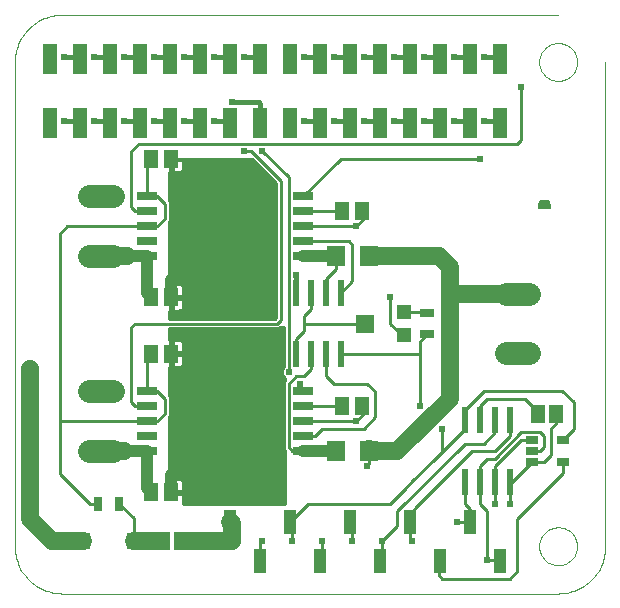
<source format=gtl>
G75*
G70*
%OFA0B0*%
%FSLAX24Y24*%
%IPPOS*%
%LPD*%
%AMOC8*
5,1,8,0,0,1.08239X$1,22.5*
%
%ADD10R,0.0500X0.1000*%
%ADD11R,0.0394X0.0787*%
%ADD12C,0.0000*%
%ADD13R,0.0390X0.0272*%
%ADD14R,0.0240X0.0870*%
%ADD15R,0.0460X0.0630*%
%ADD16R,0.0650X0.0287*%
%ADD17R,0.2480X0.3740*%
%ADD18R,0.0512X0.0591*%
%ADD19R,0.0500X0.0579*%
%ADD20R,0.0630X0.0709*%
%ADD21R,0.0315X0.0472*%
%ADD22C,0.0780*%
%ADD23R,0.0472X0.0472*%
%ADD24R,0.0591X0.0630*%
%ADD25R,0.0472X0.0315*%
%ADD26C,0.0001*%
%ADD27C,0.0100*%
%ADD28C,0.0238*%
%ADD29C,0.0400*%
%ADD30C,0.0600*%
%ADD31C,0.0160*%
%ADD32C,0.0270*%
%ADD33C,0.0300*%
%ADD34C,0.0600*%
D10*
X006607Y016175D03*
X007607Y016175D03*
X008607Y016175D03*
X009607Y016175D03*
X010607Y016175D03*
X011607Y016175D03*
X012607Y016175D03*
X013607Y016175D03*
X014607Y016175D03*
X015607Y016175D03*
X016607Y016175D03*
X017607Y016175D03*
X018607Y016175D03*
X019607Y016175D03*
X020607Y016175D03*
X021607Y016175D03*
X021607Y018325D03*
X020607Y018325D03*
X019607Y018325D03*
X018607Y018325D03*
X017607Y018325D03*
X016607Y018325D03*
X015607Y018325D03*
X014607Y018325D03*
X013607Y018325D03*
X012607Y018325D03*
X011607Y018325D03*
X010607Y018325D03*
X009607Y018325D03*
X008607Y018325D03*
X007607Y018325D03*
X006607Y018325D03*
D11*
X012607Y002900D03*
X014607Y002900D03*
X013607Y001600D03*
X015607Y001600D03*
X017607Y001600D03*
X016607Y002900D03*
X018607Y002900D03*
X020607Y002900D03*
X019607Y001600D03*
X021607Y001600D03*
D12*
X005418Y002075D02*
X005418Y018217D01*
X005420Y018294D01*
X005426Y018371D01*
X005435Y018448D01*
X005448Y018524D01*
X005465Y018600D01*
X005486Y018674D01*
X005510Y018748D01*
X005538Y018820D01*
X005569Y018890D01*
X005604Y018959D01*
X005642Y019027D01*
X005683Y019092D01*
X005728Y019155D01*
X005776Y019216D01*
X005826Y019275D01*
X005879Y019331D01*
X005935Y019384D01*
X005994Y019434D01*
X006055Y019482D01*
X006118Y019527D01*
X006183Y019568D01*
X006251Y019606D01*
X006320Y019641D01*
X006390Y019672D01*
X006462Y019700D01*
X006536Y019724D01*
X006610Y019745D01*
X006686Y019762D01*
X006762Y019775D01*
X006839Y019784D01*
X006916Y019790D01*
X006993Y019792D01*
X006993Y019791D02*
X023528Y019791D01*
X022898Y018217D02*
X022900Y018267D01*
X022906Y018317D01*
X022916Y018366D01*
X022930Y018414D01*
X022947Y018461D01*
X022968Y018506D01*
X022993Y018550D01*
X023021Y018591D01*
X023053Y018630D01*
X023087Y018667D01*
X023124Y018701D01*
X023164Y018731D01*
X023206Y018758D01*
X023250Y018782D01*
X023296Y018803D01*
X023343Y018819D01*
X023391Y018832D01*
X023441Y018841D01*
X023490Y018846D01*
X023541Y018847D01*
X023591Y018844D01*
X023640Y018837D01*
X023689Y018826D01*
X023737Y018811D01*
X023783Y018793D01*
X023828Y018771D01*
X023871Y018745D01*
X023912Y018716D01*
X023951Y018684D01*
X023987Y018649D01*
X024019Y018611D01*
X024049Y018571D01*
X024076Y018528D01*
X024099Y018484D01*
X024118Y018438D01*
X024134Y018390D01*
X024146Y018341D01*
X024154Y018292D01*
X024158Y018242D01*
X024158Y018192D01*
X024154Y018142D01*
X024146Y018093D01*
X024134Y018044D01*
X024118Y017996D01*
X024099Y017950D01*
X024076Y017906D01*
X024049Y017863D01*
X024019Y017823D01*
X023987Y017785D01*
X023951Y017750D01*
X023912Y017718D01*
X023871Y017689D01*
X023828Y017663D01*
X023783Y017641D01*
X023737Y017623D01*
X023689Y017608D01*
X023640Y017597D01*
X023591Y017590D01*
X023541Y017587D01*
X023490Y017588D01*
X023441Y017593D01*
X023391Y017602D01*
X023343Y017615D01*
X023296Y017631D01*
X023250Y017652D01*
X023206Y017676D01*
X023164Y017703D01*
X023124Y017733D01*
X023087Y017767D01*
X023053Y017804D01*
X023021Y017843D01*
X022993Y017884D01*
X022968Y017928D01*
X022947Y017973D01*
X022930Y018020D01*
X022916Y018068D01*
X022906Y018117D01*
X022900Y018167D01*
X022898Y018217D01*
X025103Y018217D02*
X025103Y002075D01*
X022898Y002075D02*
X022900Y002125D01*
X022906Y002175D01*
X022916Y002224D01*
X022930Y002272D01*
X022947Y002319D01*
X022968Y002364D01*
X022993Y002408D01*
X023021Y002449D01*
X023053Y002488D01*
X023087Y002525D01*
X023124Y002559D01*
X023164Y002589D01*
X023206Y002616D01*
X023250Y002640D01*
X023296Y002661D01*
X023343Y002677D01*
X023391Y002690D01*
X023441Y002699D01*
X023490Y002704D01*
X023541Y002705D01*
X023591Y002702D01*
X023640Y002695D01*
X023689Y002684D01*
X023737Y002669D01*
X023783Y002651D01*
X023828Y002629D01*
X023871Y002603D01*
X023912Y002574D01*
X023951Y002542D01*
X023987Y002507D01*
X024019Y002469D01*
X024049Y002429D01*
X024076Y002386D01*
X024099Y002342D01*
X024118Y002296D01*
X024134Y002248D01*
X024146Y002199D01*
X024154Y002150D01*
X024158Y002100D01*
X024158Y002050D01*
X024154Y002000D01*
X024146Y001951D01*
X024134Y001902D01*
X024118Y001854D01*
X024099Y001808D01*
X024076Y001764D01*
X024049Y001721D01*
X024019Y001681D01*
X023987Y001643D01*
X023951Y001608D01*
X023912Y001576D01*
X023871Y001547D01*
X023828Y001521D01*
X023783Y001499D01*
X023737Y001481D01*
X023689Y001466D01*
X023640Y001455D01*
X023591Y001448D01*
X023541Y001445D01*
X023490Y001446D01*
X023441Y001451D01*
X023391Y001460D01*
X023343Y001473D01*
X023296Y001489D01*
X023250Y001510D01*
X023206Y001534D01*
X023164Y001561D01*
X023124Y001591D01*
X023087Y001625D01*
X023053Y001662D01*
X023021Y001701D01*
X022993Y001742D01*
X022968Y001786D01*
X022947Y001831D01*
X022930Y001878D01*
X022916Y001926D01*
X022906Y001975D01*
X022900Y002025D01*
X022898Y002075D01*
X023528Y000500D02*
X023605Y000502D01*
X023682Y000508D01*
X023759Y000517D01*
X023835Y000530D01*
X023911Y000547D01*
X023985Y000568D01*
X024059Y000592D01*
X024131Y000620D01*
X024201Y000651D01*
X024270Y000686D01*
X024338Y000724D01*
X024403Y000765D01*
X024466Y000810D01*
X024527Y000858D01*
X024586Y000908D01*
X024642Y000961D01*
X024695Y001017D01*
X024745Y001076D01*
X024793Y001137D01*
X024838Y001200D01*
X024879Y001265D01*
X024917Y001333D01*
X024952Y001402D01*
X024983Y001472D01*
X025011Y001544D01*
X025035Y001618D01*
X025056Y001692D01*
X025073Y001768D01*
X025086Y001844D01*
X025095Y001921D01*
X025101Y001998D01*
X025103Y002075D01*
X023528Y000500D02*
X006993Y000500D01*
X006916Y000502D01*
X006839Y000508D01*
X006762Y000517D01*
X006686Y000530D01*
X006610Y000547D01*
X006536Y000568D01*
X006462Y000592D01*
X006390Y000620D01*
X006320Y000651D01*
X006251Y000686D01*
X006183Y000724D01*
X006118Y000765D01*
X006055Y000810D01*
X005994Y000858D01*
X005935Y000908D01*
X005879Y000961D01*
X005826Y001017D01*
X005776Y001076D01*
X005728Y001137D01*
X005683Y001200D01*
X005642Y001265D01*
X005604Y001333D01*
X005569Y001402D01*
X005538Y001472D01*
X005510Y001544D01*
X005486Y001618D01*
X005465Y001692D01*
X005448Y001768D01*
X005435Y001844D01*
X005426Y001921D01*
X005420Y001998D01*
X005418Y002075D01*
X022880Y013352D02*
X023238Y013352D01*
X023246Y013376D01*
X023258Y013404D01*
X023269Y013427D01*
X023258Y013455D01*
X023250Y013482D01*
X023238Y013510D01*
X023230Y013537D01*
X023218Y013569D01*
X023206Y013596D01*
X023199Y013624D01*
X022947Y013624D01*
X022915Y013624D01*
X022907Y013596D01*
X022895Y013569D01*
X022888Y013537D01*
X022876Y013510D01*
X022864Y013482D01*
X022856Y013455D01*
X022844Y013427D01*
X022856Y013404D01*
X022868Y013376D01*
X022880Y013352D01*
D13*
X022660Y005624D03*
X022660Y005250D03*
X022660Y004876D03*
X023680Y004876D03*
X023680Y005624D03*
D14*
X021918Y006280D03*
X021418Y006280D03*
X020918Y006280D03*
X020418Y006280D03*
X020418Y004220D03*
X020918Y004220D03*
X021418Y004220D03*
X021918Y004220D03*
X016293Y008470D03*
X015793Y008470D03*
X015293Y008470D03*
X014793Y008470D03*
X014793Y010530D03*
X015293Y010530D03*
X015793Y010530D03*
X016293Y010530D03*
D15*
X022868Y006500D03*
X023468Y006500D03*
X010968Y002250D03*
X010368Y002250D03*
D16*
X009810Y005250D03*
X009810Y005750D03*
X009810Y006250D03*
X009810Y006750D03*
X009810Y007250D03*
X015026Y007250D03*
X015026Y006750D03*
X015026Y006250D03*
X015026Y005750D03*
X015026Y005250D03*
X015026Y011750D03*
X015026Y012250D03*
X015026Y012750D03*
X015026Y013250D03*
X015026Y013750D03*
X009810Y013750D03*
X009810Y013250D03*
X009810Y012750D03*
X009810Y012250D03*
X009810Y011750D03*
D17*
X012418Y012750D03*
X012418Y006250D03*
D18*
X010628Y003875D03*
X009958Y003875D03*
X016333Y006750D03*
X017003Y006750D03*
X010628Y008500D03*
X009958Y008500D03*
X009958Y010375D03*
X010628Y010375D03*
X016333Y013250D03*
X017003Y013250D03*
X010628Y015000D03*
X009958Y015000D03*
D19*
X009390Y002250D03*
X007697Y002250D03*
D20*
X016117Y005250D03*
X017219Y005250D03*
X017219Y011750D03*
X016117Y011750D03*
D21*
X008897Y003500D03*
X008189Y003500D03*
D22*
X007903Y005260D02*
X008683Y005260D01*
X008683Y007240D02*
X007903Y007240D01*
X007903Y011760D02*
X008683Y011760D01*
X008683Y013740D02*
X007903Y013740D01*
X021778Y010490D02*
X022558Y010490D01*
X022558Y008510D02*
X021778Y008510D01*
D23*
X018377Y009106D03*
X018377Y009894D03*
D24*
X017097Y009500D03*
D25*
X019168Y009146D03*
X019168Y009854D03*
D26*
X022879Y013353D02*
X023238Y013353D01*
X023239Y013354D02*
X022879Y013354D01*
X022878Y013355D02*
X023239Y013355D01*
X023239Y013356D02*
X022878Y013356D01*
X022877Y013357D02*
X023240Y013357D01*
X023240Y013358D02*
X022877Y013358D01*
X022876Y013359D02*
X023240Y013359D01*
X023241Y013360D02*
X022876Y013360D01*
X022875Y013361D02*
X023241Y013361D01*
X023241Y013362D02*
X022875Y013362D01*
X022874Y013363D02*
X023242Y013363D01*
X023242Y013364D02*
X022874Y013364D01*
X022873Y013365D02*
X023242Y013365D01*
X023243Y013366D02*
X022873Y013366D01*
X022872Y013367D02*
X023243Y013367D01*
X023243Y013368D02*
X022872Y013368D01*
X022871Y013369D02*
X023244Y013369D01*
X023244Y013370D02*
X022871Y013370D01*
X022870Y013371D02*
X023244Y013371D01*
X023245Y013372D02*
X022870Y013372D01*
X022869Y013373D02*
X023245Y013373D01*
X023245Y013374D02*
X022869Y013374D01*
X022868Y013375D02*
X023246Y013375D01*
X023246Y013376D02*
X022868Y013376D01*
X022867Y013377D02*
X023246Y013377D01*
X023247Y013378D02*
X022867Y013378D01*
X022866Y013379D02*
X023247Y013379D01*
X023248Y013380D02*
X022866Y013380D01*
X022866Y013381D02*
X023248Y013381D01*
X023249Y013382D02*
X022865Y013382D01*
X022865Y013383D02*
X023249Y013383D01*
X023249Y013384D02*
X022864Y013384D01*
X022864Y013385D02*
X023250Y013385D01*
X023250Y013386D02*
X022863Y013386D01*
X022863Y013387D02*
X023251Y013387D01*
X023251Y013388D02*
X022863Y013388D01*
X022862Y013389D02*
X023252Y013389D01*
X023252Y013390D02*
X022862Y013390D01*
X022861Y013391D02*
X023252Y013391D01*
X023253Y013392D02*
X022861Y013392D01*
X022860Y013393D02*
X023253Y013393D01*
X023254Y013394D02*
X022860Y013394D01*
X022860Y013395D02*
X023254Y013395D01*
X023255Y013396D02*
X022859Y013396D01*
X022859Y013397D02*
X023255Y013397D01*
X023255Y013398D02*
X022858Y013398D01*
X022858Y013399D02*
X023256Y013399D01*
X023256Y013400D02*
X022857Y013400D01*
X022857Y013401D02*
X023257Y013401D01*
X023257Y013402D02*
X022857Y013402D01*
X022856Y013403D02*
X023258Y013403D01*
X023258Y013404D02*
X022856Y013404D01*
X022855Y013405D02*
X023259Y013405D01*
X023259Y013406D02*
X022855Y013406D01*
X022854Y013407D02*
X023260Y013407D01*
X023260Y013408D02*
X022854Y013408D01*
X022853Y013409D02*
X023261Y013409D01*
X023261Y013410D02*
X022853Y013410D01*
X022852Y013411D02*
X023262Y013411D01*
X023262Y013412D02*
X022852Y013412D01*
X022851Y013413D02*
X023263Y013413D01*
X023263Y013414D02*
X022851Y013414D01*
X022850Y013415D02*
X023264Y013415D01*
X023264Y013416D02*
X022850Y013416D01*
X022849Y013417D02*
X023265Y013417D01*
X023265Y013418D02*
X022849Y013418D01*
X022848Y013419D02*
X023266Y013419D01*
X023266Y013420D02*
X022848Y013420D01*
X022847Y013421D02*
X023267Y013421D01*
X023267Y013422D02*
X022847Y013422D01*
X022846Y013423D02*
X023268Y013423D01*
X023268Y013424D02*
X022846Y013424D01*
X022845Y013425D02*
X023269Y013425D01*
X023269Y013426D02*
X022845Y013426D01*
X022844Y013427D02*
X023269Y013427D01*
X023269Y013428D02*
X022845Y013428D01*
X022845Y013429D02*
X023269Y013429D01*
X023268Y013430D02*
X022846Y013430D01*
X022846Y013431D02*
X023268Y013431D01*
X023267Y013432D02*
X022846Y013432D01*
X022847Y013433D02*
X023267Y013433D01*
X023266Y013434D02*
X022847Y013434D01*
X022848Y013435D02*
X023266Y013435D01*
X023266Y013436D02*
X022848Y013436D01*
X022849Y013437D02*
X023265Y013437D01*
X023265Y013438D02*
X022849Y013438D01*
X022849Y013439D02*
X023264Y013439D01*
X023264Y013440D02*
X022850Y013440D01*
X022850Y013441D02*
X023263Y013441D01*
X023263Y013442D02*
X022851Y013442D01*
X022851Y013443D02*
X023263Y013443D01*
X023262Y013444D02*
X022852Y013444D01*
X022852Y013445D02*
X023262Y013445D01*
X023261Y013446D02*
X022852Y013446D01*
X022853Y013447D02*
X023261Y013447D01*
X023260Y013448D02*
X022853Y013448D01*
X022854Y013449D02*
X023260Y013449D01*
X023260Y013450D02*
X022854Y013450D01*
X022855Y013451D02*
X023259Y013451D01*
X023259Y013452D02*
X022855Y013452D01*
X022855Y013453D02*
X023258Y013453D01*
X023258Y013454D02*
X022856Y013454D01*
X022856Y013455D02*
X023258Y013455D01*
X023257Y013456D02*
X022857Y013456D01*
X022857Y013457D02*
X023257Y013457D01*
X023257Y013458D02*
X022857Y013458D01*
X022857Y013459D02*
X023256Y013459D01*
X023256Y013460D02*
X022858Y013460D01*
X022858Y013461D02*
X023256Y013461D01*
X023256Y013462D02*
X022858Y013462D01*
X022859Y013463D02*
X023255Y013463D01*
X023255Y013464D02*
X022859Y013464D01*
X022859Y013465D02*
X023255Y013465D01*
X023254Y013466D02*
X022859Y013466D01*
X022860Y013467D02*
X023254Y013467D01*
X023254Y013468D02*
X022860Y013468D01*
X022860Y013469D02*
X023254Y013469D01*
X023253Y013470D02*
X022861Y013470D01*
X022861Y013471D02*
X023253Y013471D01*
X023253Y013472D02*
X022861Y013472D01*
X022861Y013473D02*
X023252Y013473D01*
X023252Y013474D02*
X022862Y013474D01*
X022862Y013475D02*
X023252Y013475D01*
X023252Y013476D02*
X022862Y013476D01*
X022863Y013477D02*
X023251Y013477D01*
X023251Y013478D02*
X022863Y013478D01*
X022863Y013479D02*
X023251Y013479D01*
X023250Y013480D02*
X022863Y013480D01*
X022864Y013481D02*
X023250Y013481D01*
X023250Y013482D02*
X022864Y013482D01*
X022864Y013483D02*
X023249Y013483D01*
X023249Y013484D02*
X022865Y013484D01*
X022865Y013485D02*
X023249Y013485D01*
X023248Y013486D02*
X022866Y013486D01*
X022866Y013487D02*
X023248Y013487D01*
X023247Y013488D02*
X022867Y013488D01*
X022867Y013489D02*
X023247Y013489D01*
X023246Y013490D02*
X022867Y013490D01*
X022868Y013491D02*
X023246Y013491D01*
X023246Y013492D02*
X022868Y013492D01*
X022869Y013493D02*
X023245Y013493D01*
X023245Y013494D02*
X022869Y013494D01*
X022870Y013495D02*
X023244Y013495D01*
X023244Y013496D02*
X022870Y013496D01*
X022870Y013497D02*
X023243Y013497D01*
X023243Y013498D02*
X022871Y013498D01*
X022871Y013499D02*
X023243Y013499D01*
X023242Y013500D02*
X022872Y013500D01*
X022872Y013501D02*
X023242Y013501D01*
X023241Y013502D02*
X022873Y013502D01*
X022873Y013503D02*
X023241Y013503D01*
X023240Y013504D02*
X022873Y013504D01*
X022874Y013505D02*
X023240Y013505D01*
X023240Y013506D02*
X022874Y013506D01*
X022875Y013507D02*
X023239Y013507D01*
X023239Y013508D02*
X022875Y013508D01*
X022876Y013509D02*
X023238Y013509D01*
X023238Y013510D02*
X022876Y013510D01*
X022876Y013511D02*
X023238Y013511D01*
X023237Y013512D02*
X022877Y013512D01*
X022877Y013513D02*
X023237Y013513D01*
X023237Y013514D02*
X022878Y013514D01*
X022878Y013515D02*
X023236Y013515D01*
X023236Y013516D02*
X022879Y013516D01*
X022879Y013517D02*
X023236Y013517D01*
X023236Y013518D02*
X022879Y013518D01*
X022880Y013519D02*
X023235Y013519D01*
X023235Y013520D02*
X022880Y013520D01*
X022881Y013521D02*
X023235Y013521D01*
X023234Y013522D02*
X022881Y013522D01*
X022881Y013523D02*
X023234Y013523D01*
X023234Y013524D02*
X022882Y013524D01*
X022882Y013525D02*
X023234Y013525D01*
X023233Y013526D02*
X022883Y013526D01*
X022883Y013527D02*
X023233Y013527D01*
X023233Y013528D02*
X022884Y013528D01*
X022884Y013529D02*
X023232Y013529D01*
X023232Y013530D02*
X022884Y013530D01*
X022885Y013531D02*
X023232Y013531D01*
X023232Y013532D02*
X022885Y013532D01*
X022886Y013533D02*
X023231Y013533D01*
X023231Y013534D02*
X022886Y013534D01*
X022887Y013535D02*
X023231Y013535D01*
X023230Y013536D02*
X022887Y013536D01*
X022887Y013537D02*
X023230Y013537D01*
X023230Y013538D02*
X022888Y013538D01*
X022888Y013539D02*
X023229Y013539D01*
X023229Y013540D02*
X022888Y013540D01*
X022889Y013541D02*
X023229Y013541D01*
X023228Y013542D02*
X022889Y013542D01*
X022889Y013543D02*
X023228Y013543D01*
X023228Y013544D02*
X022889Y013544D01*
X022890Y013545D02*
X023227Y013545D01*
X023227Y013546D02*
X022890Y013546D01*
X022890Y013547D02*
X023226Y013547D01*
X023226Y013548D02*
X022890Y013548D01*
X022891Y013549D02*
X023226Y013549D01*
X023225Y013550D02*
X022891Y013550D01*
X022891Y013551D02*
X023225Y013551D01*
X023225Y013552D02*
X022891Y013552D01*
X022892Y013553D02*
X023224Y013553D01*
X023224Y013554D02*
X022892Y013554D01*
X022892Y013555D02*
X023223Y013555D01*
X023223Y013556D02*
X022892Y013556D01*
X022893Y013557D02*
X023223Y013557D01*
X023222Y013558D02*
X022893Y013558D01*
X022893Y013559D02*
X023222Y013559D01*
X023222Y013560D02*
X022893Y013560D01*
X022894Y013561D02*
X023221Y013561D01*
X023221Y013562D02*
X022894Y013562D01*
X022894Y013563D02*
X023220Y013563D01*
X023220Y013564D02*
X022894Y013564D01*
X022895Y013565D02*
X023220Y013565D01*
X023219Y013566D02*
X022895Y013566D01*
X022895Y013567D02*
X023219Y013567D01*
X023219Y013568D02*
X022895Y013568D01*
X022896Y013569D02*
X023218Y013569D01*
X023218Y013570D02*
X022896Y013570D01*
X022896Y013571D02*
X023217Y013571D01*
X023217Y013572D02*
X022897Y013572D01*
X022897Y013573D02*
X023216Y013573D01*
X023216Y013574D02*
X022898Y013574D01*
X022898Y013575D02*
X023216Y013575D01*
X023215Y013576D02*
X022899Y013576D01*
X022899Y013577D02*
X023215Y013577D01*
X023214Y013578D02*
X022899Y013578D01*
X022900Y013579D02*
X023214Y013579D01*
X023214Y013580D02*
X022900Y013580D01*
X022901Y013581D02*
X023213Y013581D01*
X023213Y013582D02*
X022901Y013582D01*
X022902Y013583D02*
X023212Y013583D01*
X023212Y013584D02*
X022902Y013584D01*
X022902Y013585D02*
X023211Y013585D01*
X023211Y013586D02*
X022903Y013586D01*
X022903Y013587D02*
X023211Y013587D01*
X023210Y013588D02*
X022904Y013588D01*
X022904Y013589D02*
X023210Y013589D01*
X023209Y013590D02*
X022905Y013590D01*
X022905Y013591D02*
X023209Y013591D01*
X023208Y013592D02*
X022905Y013592D01*
X022906Y013593D02*
X023208Y013593D01*
X023208Y013594D02*
X022906Y013594D01*
X022907Y013595D02*
X023207Y013595D01*
X023207Y013596D02*
X022907Y013596D01*
X022907Y013597D02*
X023206Y013597D01*
X023206Y013598D02*
X022908Y013598D01*
X022908Y013599D02*
X023206Y013599D01*
X023205Y013600D02*
X022908Y013600D01*
X022909Y013601D02*
X023205Y013601D01*
X023205Y013602D02*
X022909Y013602D01*
X022909Y013603D02*
X023205Y013603D01*
X023204Y013604D02*
X022909Y013604D01*
X022910Y013605D02*
X023204Y013605D01*
X023204Y013606D02*
X022910Y013606D01*
X022910Y013607D02*
X023203Y013607D01*
X023203Y013608D02*
X022911Y013608D01*
X022911Y013609D02*
X023203Y013609D01*
X023203Y013610D02*
X022911Y013610D01*
X022911Y013611D02*
X023202Y013611D01*
X023202Y013612D02*
X022912Y013612D01*
X022912Y013613D02*
X023202Y013613D01*
X023201Y013614D02*
X022912Y013614D01*
X022913Y013615D02*
X023201Y013615D01*
X023201Y013616D02*
X022913Y013616D01*
X022913Y013617D02*
X023201Y013617D01*
X023200Y013618D02*
X022913Y013618D01*
X022914Y013619D02*
X023200Y013619D01*
X023200Y013620D02*
X022914Y013620D01*
X022914Y013621D02*
X023199Y013621D01*
X023199Y013622D02*
X022915Y013622D01*
X022915Y013623D02*
X023199Y013623D01*
D27*
X020918Y015000D02*
X016276Y015000D01*
X015026Y013750D01*
X015026Y013250D02*
X016333Y013250D01*
X017003Y013250D02*
X017043Y013210D01*
X017043Y013000D01*
X016793Y012750D01*
X015026Y012750D01*
X015026Y012250D02*
X016543Y012250D01*
X016668Y012125D01*
X016668Y010905D01*
X016293Y010530D01*
X015793Y010530D02*
X015793Y011000D01*
X016117Y011324D01*
X016117Y011750D01*
X014543Y011500D02*
X014543Y007875D01*
X014383Y008039D02*
X014314Y007970D01*
X014314Y007780D01*
X014418Y007676D01*
X014418Y007601D01*
X014383Y007566D01*
X014383Y005309D01*
X014418Y005274D01*
X014418Y003500D01*
X011011Y003500D01*
X011023Y003522D01*
X011034Y003560D01*
X011034Y003825D01*
X010678Y003825D01*
X010678Y003925D01*
X011034Y003925D01*
X011034Y004190D01*
X011023Y004228D01*
X011004Y004262D01*
X010976Y004290D01*
X010942Y004310D01*
X010903Y004320D01*
X010678Y004320D01*
X010678Y003925D01*
X010578Y003925D01*
X010578Y004320D01*
X010543Y004320D01*
X010543Y006399D01*
X010578Y006434D01*
X010578Y007066D01*
X010543Y007101D01*
X010543Y008055D01*
X010578Y008055D01*
X010578Y008450D01*
X010678Y008450D01*
X010678Y008550D01*
X011034Y008550D01*
X011034Y008815D01*
X011023Y008853D01*
X011004Y008887D01*
X010976Y008915D01*
X010942Y008935D01*
X010903Y008945D01*
X010678Y008945D01*
X010678Y008550D01*
X010578Y008550D01*
X010578Y008945D01*
X010543Y008945D01*
X010543Y009340D01*
X014234Y009340D01*
X014269Y009375D01*
X014383Y009375D01*
X014383Y008039D01*
X014383Y008085D02*
X010975Y008085D01*
X010976Y008085D02*
X011004Y008113D01*
X011023Y008147D01*
X011034Y008185D01*
X011034Y008450D01*
X010678Y008450D01*
X010678Y008055D01*
X010903Y008055D01*
X010942Y008065D01*
X010976Y008085D01*
X011033Y008183D02*
X014383Y008183D01*
X014383Y008282D02*
X011034Y008282D01*
X011034Y008380D02*
X014383Y008380D01*
X014383Y008479D02*
X010678Y008479D01*
X010628Y008500D02*
X010628Y008040D01*
X012418Y006250D01*
X012126Y006486D02*
X012057Y006417D01*
X011967Y006380D01*
X011869Y006380D01*
X011779Y006417D01*
X011710Y006486D01*
X011673Y006576D01*
X011673Y006674D01*
X011710Y006764D01*
X011779Y006833D01*
X011869Y006870D01*
X011967Y006870D01*
X012057Y006833D01*
X012126Y006764D01*
X012163Y006674D01*
X012163Y006576D01*
X012126Y006486D01*
X012135Y006509D02*
X012701Y006509D01*
X012710Y006486D02*
X012779Y006417D01*
X012869Y006380D01*
X012967Y006380D01*
X013057Y006417D01*
X013126Y006486D01*
X013163Y006576D01*
X013163Y006674D01*
X013126Y006764D01*
X013057Y006833D01*
X012967Y006870D01*
X012869Y006870D01*
X012779Y006833D01*
X012710Y006764D01*
X012673Y006674D01*
X012673Y006576D01*
X012710Y006486D01*
X012797Y006410D02*
X012039Y006410D01*
X012163Y006607D02*
X012673Y006607D01*
X012686Y006706D02*
X012150Y006706D01*
X012086Y006804D02*
X012751Y006804D01*
X013086Y006804D02*
X014383Y006804D01*
X014383Y006706D02*
X013150Y006706D01*
X013163Y006607D02*
X014383Y006607D01*
X014383Y006509D02*
X013135Y006509D01*
X013039Y006410D02*
X014383Y006410D01*
X014383Y006312D02*
X010543Y006312D01*
X010554Y006410D02*
X011797Y006410D01*
X011701Y006509D02*
X010578Y006509D01*
X010578Y006607D02*
X011673Y006607D01*
X011686Y006706D02*
X010578Y006706D01*
X010578Y006804D02*
X011751Y006804D01*
X011869Y007130D02*
X011967Y007130D01*
X012057Y007167D01*
X012126Y007236D01*
X012163Y007326D01*
X012163Y007424D01*
X012126Y007514D01*
X012057Y007583D01*
X011967Y007620D01*
X011869Y007620D01*
X011779Y007583D01*
X011710Y007514D01*
X011673Y007424D01*
X011673Y007326D01*
X011710Y007236D01*
X011779Y007167D01*
X011869Y007130D01*
X011749Y007198D02*
X010543Y007198D01*
X010545Y007100D02*
X014383Y007100D01*
X014383Y007198D02*
X013088Y007198D01*
X013057Y007167D02*
X013126Y007236D01*
X013163Y007326D01*
X013163Y007424D01*
X013126Y007514D01*
X013057Y007583D01*
X012967Y007620D01*
X012869Y007620D01*
X012779Y007583D01*
X012710Y007514D01*
X012673Y007424D01*
X012673Y007326D01*
X012710Y007236D01*
X012779Y007167D01*
X012869Y007130D01*
X012967Y007130D01*
X013057Y007167D01*
X013151Y007297D02*
X014383Y007297D01*
X014383Y007395D02*
X013163Y007395D01*
X013134Y007494D02*
X014383Y007494D01*
X014409Y007592D02*
X013034Y007592D01*
X012802Y007592D02*
X012034Y007592D01*
X012134Y007494D02*
X012702Y007494D01*
X012673Y007395D02*
X012163Y007395D01*
X012151Y007297D02*
X012685Y007297D01*
X012749Y007198D02*
X012088Y007198D01*
X011685Y007297D02*
X010543Y007297D01*
X010543Y007395D02*
X011673Y007395D01*
X011702Y007494D02*
X010543Y007494D01*
X010543Y007592D02*
X011802Y007592D01*
X010678Y008085D02*
X010578Y008085D01*
X010578Y008183D02*
X010678Y008183D01*
X010678Y008282D02*
X010578Y008282D01*
X010578Y008380D02*
X010678Y008380D01*
X010678Y008577D02*
X010578Y008577D01*
X010578Y008676D02*
X010678Y008676D01*
X010678Y008774D02*
X010578Y008774D01*
X010578Y008873D02*
X010678Y008873D01*
X010543Y008971D02*
X014383Y008971D01*
X014383Y008873D02*
X011012Y008873D01*
X011034Y008774D02*
X014383Y008774D01*
X014383Y008676D02*
X011034Y008676D01*
X011034Y008577D02*
X014383Y008577D01*
X014793Y008470D02*
X014793Y009000D01*
X015043Y009250D01*
X015043Y009500D01*
X015293Y009500D01*
X017097Y009500D01*
X017918Y009500D02*
X017918Y010375D01*
X018377Y009894D02*
X019129Y009894D01*
X019168Y009854D01*
X019168Y009146D02*
X018918Y008896D01*
X018918Y008500D01*
X018888Y008470D01*
X016293Y008470D01*
X015793Y008470D02*
X015793Y007750D01*
X016043Y007500D01*
X017168Y007500D01*
X017418Y007250D01*
X017418Y006375D01*
X017043Y006000D01*
X015668Y006000D01*
X015418Y005750D01*
X015026Y005750D01*
X015026Y005250D02*
X014668Y005250D01*
X014543Y005375D01*
X014543Y007000D01*
X014543Y007500D01*
X014793Y007750D01*
X015043Y007750D01*
X015293Y008000D01*
X015293Y008470D01*
X014383Y009070D02*
X010543Y009070D01*
X010543Y009168D02*
X014383Y009168D01*
X014383Y009267D02*
X010543Y009267D01*
X010543Y009660D02*
X010543Y009930D01*
X010578Y009930D01*
X010578Y010325D01*
X010678Y010325D01*
X010678Y010425D01*
X011034Y010425D01*
X011034Y010690D01*
X011023Y010728D01*
X011004Y010762D01*
X010976Y010790D01*
X010942Y010810D01*
X010903Y010820D01*
X010678Y010820D01*
X010678Y010425D01*
X010578Y010425D01*
X010578Y010820D01*
X010543Y010820D01*
X010543Y012899D01*
X010578Y012934D01*
X010578Y013566D01*
X010543Y013601D01*
X010543Y014555D01*
X010578Y014555D01*
X010578Y014950D01*
X010678Y014950D01*
X010678Y015000D01*
X013317Y015000D01*
X014133Y014184D01*
X014133Y009691D01*
X014102Y009660D01*
X010543Y009660D01*
X010543Y009661D02*
X014102Y009661D01*
X014133Y009759D02*
X010543Y009759D01*
X010543Y009858D02*
X014133Y009858D01*
X014133Y009956D02*
X010969Y009956D01*
X010976Y009960D02*
X011004Y009988D01*
X011023Y010022D01*
X011034Y010060D01*
X011034Y010325D01*
X010678Y010325D01*
X010678Y009930D01*
X010903Y009930D01*
X010942Y009940D01*
X010976Y009960D01*
X011032Y010055D02*
X014133Y010055D01*
X014133Y010153D02*
X011034Y010153D01*
X011034Y010252D02*
X014133Y010252D01*
X014133Y010350D02*
X010678Y010350D01*
X010678Y010252D02*
X010578Y010252D01*
X010578Y010153D02*
X010678Y010153D01*
X010678Y010055D02*
X010578Y010055D01*
X010578Y009956D02*
X010678Y009956D01*
X010678Y010449D02*
X010578Y010449D01*
X010578Y010547D02*
X010678Y010547D01*
X010678Y010646D02*
X010578Y010646D01*
X010578Y010744D02*
X010678Y010744D01*
X010543Y010843D02*
X014133Y010843D01*
X014133Y010941D02*
X010543Y010941D01*
X010543Y011040D02*
X014133Y011040D01*
X014133Y011138D02*
X010543Y011138D01*
X010543Y011237D02*
X014133Y011237D01*
X014133Y011335D02*
X010543Y011335D01*
X010543Y011434D02*
X011763Y011434D01*
X011779Y011417D02*
X011869Y011380D01*
X011967Y011380D01*
X012057Y011417D01*
X012126Y011486D01*
X012163Y011576D01*
X012163Y011674D01*
X012126Y011764D01*
X012057Y011833D01*
X011967Y011870D01*
X011869Y011870D01*
X011779Y011833D01*
X011710Y011764D01*
X011673Y011674D01*
X011673Y011576D01*
X011710Y011486D01*
X011779Y011417D01*
X011691Y011532D02*
X010543Y011532D01*
X010543Y011631D02*
X011673Y011631D01*
X011696Y011729D02*
X010543Y011729D01*
X010543Y011828D02*
X011774Y011828D01*
X012062Y011828D02*
X012774Y011828D01*
X012779Y011833D02*
X012710Y011764D01*
X012673Y011674D01*
X012673Y011576D01*
X012710Y011486D01*
X012779Y011417D01*
X012869Y011380D01*
X012967Y011380D01*
X013057Y011417D01*
X013126Y011486D01*
X013163Y011576D01*
X013163Y011674D01*
X013126Y011764D01*
X013057Y011833D01*
X012967Y011870D01*
X012869Y011870D01*
X012779Y011833D01*
X012696Y011729D02*
X012140Y011729D01*
X012163Y011631D02*
X012673Y011631D01*
X012691Y011532D02*
X012145Y011532D01*
X012073Y011434D02*
X012763Y011434D01*
X013073Y011434D02*
X014133Y011434D01*
X014133Y011532D02*
X013145Y011532D01*
X013163Y011631D02*
X014133Y011631D01*
X014133Y011729D02*
X013140Y011729D01*
X013062Y011828D02*
X014133Y011828D01*
X014133Y011926D02*
X010543Y011926D01*
X010543Y012025D02*
X014133Y012025D01*
X014133Y012123D02*
X010543Y012123D01*
X010543Y012222D02*
X011725Y012222D01*
X011710Y012236D02*
X011779Y012167D01*
X011869Y012130D01*
X011967Y012130D01*
X012057Y012167D01*
X012126Y012236D01*
X012163Y012326D01*
X012163Y012424D01*
X012126Y012514D01*
X012057Y012583D01*
X011967Y012620D01*
X011869Y012620D01*
X011779Y012583D01*
X011710Y012514D01*
X011673Y012424D01*
X011673Y012326D01*
X011710Y012236D01*
X011676Y012320D02*
X010543Y012320D01*
X010543Y012419D02*
X011673Y012419D01*
X011714Y012517D02*
X010543Y012517D01*
X010543Y012616D02*
X011859Y012616D01*
X011978Y012616D02*
X012859Y012616D01*
X012869Y012620D02*
X012779Y012583D01*
X012710Y012514D01*
X012673Y012424D01*
X012673Y012326D01*
X012710Y012236D01*
X012779Y012167D01*
X012869Y012130D01*
X012967Y012130D01*
X013057Y012167D01*
X013126Y012236D01*
X013163Y012326D01*
X013163Y012424D01*
X013126Y012514D01*
X013057Y012583D01*
X012967Y012620D01*
X012869Y012620D01*
X012978Y012616D02*
X014133Y012616D01*
X014133Y012714D02*
X010543Y012714D01*
X010543Y012813D02*
X014133Y012813D01*
X014133Y012911D02*
X013042Y012911D01*
X013057Y012917D02*
X012967Y012880D01*
X012869Y012880D01*
X012779Y012917D01*
X012710Y012986D01*
X012673Y013076D01*
X012673Y013174D01*
X012710Y013264D01*
X012779Y013333D01*
X012869Y013370D01*
X012967Y013370D01*
X013057Y013333D01*
X013126Y013264D01*
X013163Y013174D01*
X013163Y013076D01*
X013126Y012986D01*
X013057Y012917D01*
X013135Y013010D02*
X014133Y013010D01*
X014133Y013108D02*
X013163Y013108D01*
X013150Y013207D02*
X014133Y013207D01*
X014133Y013305D02*
X013085Y013305D01*
X012752Y013305D02*
X012085Y013305D01*
X012057Y013333D02*
X012126Y013264D01*
X012163Y013174D01*
X012163Y013076D01*
X012126Y012986D01*
X012057Y012917D01*
X011967Y012880D01*
X011869Y012880D01*
X011779Y012917D01*
X011710Y012986D01*
X011673Y013076D01*
X011673Y013174D01*
X011710Y013264D01*
X011779Y013333D01*
X011869Y013370D01*
X011967Y013370D01*
X012057Y013333D01*
X012150Y013207D02*
X012687Y013207D01*
X012673Y013108D02*
X012163Y013108D01*
X012135Y013010D02*
X012701Y013010D01*
X012794Y012911D02*
X012042Y012911D01*
X011794Y012911D02*
X010555Y012911D01*
X010578Y013010D02*
X011701Y013010D01*
X011673Y013108D02*
X010578Y013108D01*
X010578Y013207D02*
X011687Y013207D01*
X011752Y013305D02*
X010578Y013305D01*
X010578Y013404D02*
X014133Y013404D01*
X014133Y013502D02*
X010578Y013502D01*
X010544Y013601D02*
X014133Y013601D01*
X014133Y013699D02*
X013089Y013699D01*
X013057Y013667D02*
X013126Y013736D01*
X013163Y013826D01*
X013163Y013924D01*
X013126Y014014D01*
X013057Y014083D01*
X012967Y014120D01*
X012869Y014120D01*
X012779Y014083D01*
X012710Y014014D01*
X012673Y013924D01*
X012673Y013826D01*
X012710Y013736D01*
X012779Y013667D01*
X012869Y013630D01*
X012967Y013630D01*
X013057Y013667D01*
X013151Y013798D02*
X014133Y013798D01*
X014133Y013896D02*
X013163Y013896D01*
X013134Y013995D02*
X014133Y013995D01*
X014133Y014093D02*
X013032Y014093D01*
X012804Y014093D02*
X012032Y014093D01*
X012057Y014083D02*
X011967Y014120D01*
X011869Y014120D01*
X011779Y014083D01*
X011710Y014014D01*
X011673Y013924D01*
X011673Y013826D01*
X011710Y013736D01*
X011779Y013667D01*
X011869Y013630D01*
X011967Y013630D01*
X012057Y013667D01*
X012126Y013736D01*
X012163Y013826D01*
X012163Y013924D01*
X012126Y014014D01*
X012057Y014083D01*
X012134Y013995D02*
X012702Y013995D01*
X012673Y013896D02*
X012163Y013896D01*
X012151Y013798D02*
X012685Y013798D01*
X012748Y013699D02*
X012089Y013699D01*
X011748Y013699D02*
X010543Y013699D01*
X010543Y013798D02*
X011685Y013798D01*
X011673Y013896D02*
X010543Y013896D01*
X010543Y013995D02*
X011702Y013995D01*
X011804Y014093D02*
X010543Y014093D01*
X010543Y014192D02*
X014125Y014192D01*
X014027Y014290D02*
X010543Y014290D01*
X010543Y014389D02*
X013928Y014389D01*
X013830Y014487D02*
X010543Y014487D01*
X010628Y014540D02*
X012418Y012750D01*
X012123Y012517D02*
X012714Y012517D01*
X012673Y012419D02*
X012163Y012419D01*
X012161Y012320D02*
X012676Y012320D01*
X012725Y012222D02*
X012111Y012222D01*
X013111Y012222D02*
X014133Y012222D01*
X014133Y012320D02*
X013161Y012320D01*
X013163Y012419D02*
X014133Y012419D01*
X014133Y012517D02*
X013123Y012517D01*
X014293Y011500D02*
X014293Y010375D01*
X014293Y009625D01*
X014168Y009500D01*
X009418Y009500D01*
X009293Y009375D01*
X009293Y008875D01*
X009293Y006875D01*
X009418Y006750D01*
X009810Y006750D01*
X009810Y007250D02*
X009810Y008476D01*
X009958Y008500D01*
X010543Y007986D02*
X014330Y007986D01*
X014314Y007888D02*
X010543Y007888D01*
X010543Y007789D02*
X014314Y007789D01*
X014404Y007691D02*
X010543Y007691D01*
X010168Y007250D02*
X009810Y007250D01*
X010168Y007250D02*
X010418Y007000D01*
X010418Y006500D01*
X010168Y006250D01*
X009810Y006250D01*
X006918Y006250D01*
X006918Y012500D01*
X007168Y012750D01*
X009810Y012750D01*
X010168Y012750D01*
X010418Y013000D01*
X010418Y013500D01*
X010168Y013750D01*
X009810Y013750D01*
X009810Y014976D01*
X009958Y015000D01*
X010578Y014881D02*
X010678Y014881D01*
X010678Y014950D02*
X010678Y014555D01*
X010903Y014555D01*
X010942Y014565D01*
X010976Y014585D01*
X011004Y014613D01*
X011023Y014647D01*
X011034Y014685D01*
X011034Y014950D01*
X010678Y014950D01*
X010678Y014980D02*
X013337Y014980D01*
X013436Y014881D02*
X011034Y014881D01*
X011034Y014783D02*
X013534Y014783D01*
X013633Y014684D02*
X011033Y014684D01*
X010977Y014586D02*
X013731Y014586D01*
X014293Y014250D02*
X014293Y011500D01*
X014543Y011500D02*
X014543Y014375D01*
X013668Y015250D01*
X013293Y015250D02*
X014293Y014250D01*
X013293Y015250D02*
X013043Y015250D01*
X010918Y015500D02*
X022168Y015500D01*
X022293Y015625D01*
X022293Y017375D01*
X014133Y010744D02*
X011014Y010744D01*
X011034Y010646D02*
X014133Y010646D01*
X014133Y010547D02*
X011034Y010547D01*
X011034Y010449D02*
X014133Y010449D01*
X015043Y009750D02*
X015293Y010000D01*
X015293Y010530D01*
X015043Y009750D02*
X015043Y009500D01*
X014383Y009365D02*
X014259Y009365D01*
X014918Y007500D02*
X014918Y007358D01*
X015026Y007250D01*
X015026Y006750D02*
X016333Y006750D01*
X017003Y006750D02*
X017043Y006710D01*
X017043Y006500D01*
X016793Y006250D01*
X015026Y006250D01*
X014383Y006213D02*
X010543Y006213D01*
X010543Y006115D02*
X011856Y006115D01*
X011869Y006120D02*
X011779Y006083D01*
X011710Y006014D01*
X011673Y005924D01*
X011673Y005826D01*
X011710Y005736D01*
X011779Y005667D01*
X011869Y005630D01*
X011967Y005630D01*
X012057Y005667D01*
X012126Y005736D01*
X012163Y005826D01*
X012163Y005924D01*
X012126Y006014D01*
X012057Y006083D01*
X011967Y006120D01*
X011869Y006120D01*
X011980Y006115D02*
X012856Y006115D01*
X012869Y006120D02*
X012779Y006083D01*
X012710Y006014D01*
X012673Y005924D01*
X012673Y005826D01*
X012710Y005736D01*
X012779Y005667D01*
X012869Y005630D01*
X012967Y005630D01*
X013057Y005667D01*
X013126Y005736D01*
X013163Y005826D01*
X013163Y005924D01*
X013126Y006014D01*
X013057Y006083D01*
X012967Y006120D01*
X012869Y006120D01*
X012980Y006115D02*
X014383Y006115D01*
X014383Y006016D02*
X013124Y006016D01*
X013163Y005918D02*
X014383Y005918D01*
X014383Y005819D02*
X013160Y005819D01*
X013110Y005721D02*
X014383Y005721D01*
X014383Y005622D02*
X010543Y005622D01*
X010543Y005524D02*
X014383Y005524D01*
X014383Y005425D02*
X010543Y005425D01*
X010543Y005327D02*
X011773Y005327D01*
X011779Y005333D02*
X011710Y005264D01*
X011673Y005174D01*
X011673Y005076D01*
X011710Y004986D01*
X011779Y004917D01*
X011869Y004880D01*
X011967Y004880D01*
X012057Y004917D01*
X012126Y004986D01*
X012163Y005076D01*
X012163Y005174D01*
X012126Y005264D01*
X012057Y005333D01*
X011967Y005370D01*
X011869Y005370D01*
X011779Y005333D01*
X011696Y005228D02*
X010543Y005228D01*
X010543Y005130D02*
X011673Y005130D01*
X011692Y005031D02*
X010543Y005031D01*
X010543Y004933D02*
X011764Y004933D01*
X012072Y004933D02*
X012764Y004933D01*
X012779Y004917D02*
X012869Y004880D01*
X012967Y004880D01*
X013057Y004917D01*
X013126Y004986D01*
X013163Y005076D01*
X013163Y005174D01*
X013126Y005264D01*
X013057Y005333D01*
X012967Y005370D01*
X012869Y005370D01*
X012779Y005333D01*
X012710Y005264D01*
X012673Y005174D01*
X012673Y005076D01*
X012710Y004986D01*
X012779Y004917D01*
X012692Y005031D02*
X012144Y005031D01*
X012163Y005130D02*
X012673Y005130D01*
X012696Y005228D02*
X012141Y005228D01*
X012063Y005327D02*
X012773Y005327D01*
X013063Y005327D02*
X014383Y005327D01*
X014418Y005228D02*
X013141Y005228D01*
X013163Y005130D02*
X014418Y005130D01*
X014418Y005031D02*
X013144Y005031D01*
X013072Y004933D02*
X014418Y004933D01*
X014418Y004834D02*
X010543Y004834D01*
X010543Y004736D02*
X014418Y004736D01*
X014418Y004637D02*
X010543Y004637D01*
X010543Y004539D02*
X014418Y004539D01*
X014418Y004440D02*
X010543Y004440D01*
X010543Y004342D02*
X014418Y004342D01*
X014418Y004243D02*
X011015Y004243D01*
X011034Y004145D02*
X014418Y004145D01*
X014418Y004046D02*
X011034Y004046D01*
X011034Y003948D02*
X014418Y003948D01*
X014418Y003849D02*
X010678Y003849D01*
X010678Y003948D02*
X010578Y003948D01*
X010578Y004046D02*
X010678Y004046D01*
X010678Y004145D02*
X010578Y004145D01*
X010578Y004243D02*
X010678Y004243D01*
X011034Y003751D02*
X014418Y003751D01*
X014418Y003652D02*
X011034Y003652D01*
X011032Y003554D02*
X014418Y003554D01*
X014607Y002900D02*
X015207Y003500D01*
X017918Y003500D01*
X018418Y004000D01*
X018668Y004250D01*
X018418Y004000D01*
X018668Y004250D02*
X019418Y005000D01*
X019668Y005250D01*
X019668Y006000D01*
X020418Y006000D02*
X019418Y005000D01*
X020418Y005500D02*
X018168Y003250D01*
X018168Y002750D01*
X017668Y002250D01*
X017668Y001661D01*
X017607Y001600D01*
X017668Y001661D01*
X017668Y002250D01*
X018607Y002311D02*
X018607Y002900D01*
X018543Y002964D01*
X018543Y003125D01*
X018793Y003375D01*
X020668Y005250D01*
X021418Y005250D01*
X021918Y005750D01*
X021918Y006280D01*
X021418Y006280D02*
X021418Y005875D01*
X021043Y005500D01*
X020418Y005500D01*
X020418Y006000D02*
X020418Y006280D01*
X020418Y006625D01*
X021043Y007250D01*
X023668Y007250D01*
X024043Y006875D01*
X024043Y005987D01*
X023680Y005624D01*
X023293Y006000D02*
X023293Y005125D01*
X023043Y004875D01*
X022661Y004875D01*
X022660Y004876D01*
X022004Y004220D01*
X021918Y004220D01*
X021918Y003500D01*
X021418Y003500D02*
X021418Y004220D01*
X021418Y004750D01*
X022292Y005624D01*
X022660Y005624D01*
X022918Y005875D02*
X023043Y005750D01*
X023043Y005375D01*
X022918Y005250D01*
X022660Y005250D01*
X022918Y005875D02*
X022293Y005875D01*
X021418Y005000D01*
X021168Y005000D01*
X020918Y004750D01*
X020918Y004220D01*
X020918Y003500D01*
X021168Y003250D01*
X021168Y001625D01*
X021582Y001625D01*
X021607Y001600D01*
X022168Y001250D02*
X021918Y001000D01*
X019668Y001000D01*
X019543Y001125D01*
X019543Y001536D01*
X019607Y001600D01*
X018668Y002250D02*
X018607Y002311D01*
X020168Y002875D02*
X020193Y002900D01*
X020607Y002900D01*
X020607Y003311D01*
X020418Y003500D01*
X020418Y004220D01*
X022168Y003000D02*
X022168Y001250D01*
X022168Y003000D02*
X023680Y004512D01*
X023680Y004876D01*
X023293Y006000D02*
X023468Y006175D01*
X023468Y006500D01*
X022868Y006500D02*
X022868Y006550D01*
X022418Y007000D01*
X021168Y007000D01*
X020918Y006750D01*
X020918Y006280D01*
X018918Y006750D02*
X018918Y008500D01*
X018377Y009106D02*
X018312Y009106D01*
X017918Y009500D01*
X014383Y007001D02*
X010578Y007001D01*
X010578Y006903D02*
X014383Y006903D01*
X012713Y006016D02*
X012124Y006016D01*
X012163Y005918D02*
X012673Y005918D01*
X012676Y005819D02*
X012160Y005819D01*
X012110Y005721D02*
X012726Y005721D01*
X011726Y005721D02*
X010543Y005721D01*
X010543Y005819D02*
X011676Y005819D01*
X011673Y005918D02*
X010543Y005918D01*
X010543Y006016D02*
X011713Y006016D01*
X008897Y003500D02*
X009390Y003008D01*
X009390Y002250D01*
X008189Y003500D02*
X007918Y003500D01*
X006918Y004500D01*
X006918Y006250D01*
X013607Y002189D02*
X013668Y002250D01*
X013607Y002189D02*
X013607Y001600D01*
X014668Y002250D02*
X014668Y002839D01*
X014607Y002900D01*
X015668Y002250D02*
X015668Y002000D01*
X015668Y001625D01*
X015668Y002000D01*
X016668Y002250D02*
X016668Y002839D01*
X016607Y002900D01*
X017168Y004750D02*
X017219Y004801D01*
X017219Y005250D01*
X009810Y013250D02*
X009418Y013250D01*
X009293Y013375D01*
X009293Y015250D01*
X009543Y015500D01*
X010918Y015500D01*
X010628Y015000D02*
X010628Y014540D01*
X010578Y014586D02*
X010678Y014586D01*
X010678Y014684D02*
X010578Y014684D01*
X010578Y014783D02*
X010678Y014783D01*
D28*
X011043Y016250D03*
X010043Y016250D03*
X009043Y016250D03*
X008043Y016250D03*
X007043Y016250D03*
X007043Y018375D03*
X008043Y018375D03*
X009043Y018375D03*
X010043Y018375D03*
X011043Y018375D03*
X012043Y018375D03*
X013043Y018375D03*
X015043Y018375D03*
X016043Y018375D03*
X017043Y018375D03*
X018043Y018375D03*
X019043Y018375D03*
X020043Y018375D03*
X021043Y018375D03*
X022293Y017375D03*
X021043Y016250D03*
X020043Y016250D03*
X019043Y016250D03*
X018043Y016250D03*
X017043Y016250D03*
X016043Y016250D03*
X015043Y016250D03*
X013668Y015250D03*
X013043Y015250D03*
X012043Y016250D03*
X012668Y016875D03*
X016793Y012750D03*
X014793Y011125D03*
X017918Y010375D03*
X014543Y007875D03*
X014918Y007500D03*
X016793Y006250D03*
X017168Y004750D03*
X019668Y006000D03*
X018918Y006750D03*
X021418Y003500D03*
X021918Y003500D03*
X020168Y002875D03*
X018668Y002250D03*
X017668Y002250D03*
X016668Y002250D03*
X015668Y002250D03*
X014668Y002250D03*
X013668Y002250D03*
X021168Y001625D03*
X020918Y015000D03*
D29*
X016117Y011750D02*
X015026Y011750D01*
X012418Y012750D02*
X010628Y010960D01*
X010628Y010375D01*
X009958Y010375D02*
X009810Y010524D01*
X009810Y011750D01*
X009168Y011750D01*
X012418Y006250D02*
X010628Y004460D01*
X010628Y003875D01*
X009958Y003875D02*
X009810Y004024D01*
X009810Y005250D01*
X009043Y005250D01*
X015026Y005250D02*
X016117Y005250D01*
D30*
X017219Y005250D02*
X018168Y005250D01*
X019918Y007000D01*
X019918Y008000D01*
X019918Y010500D01*
X019928Y010490D01*
X022168Y010490D01*
X019918Y010500D02*
X019918Y011000D01*
X019918Y011375D01*
X019543Y011750D01*
X017219Y011750D01*
X009168Y011750D02*
X009158Y011760D01*
X008293Y011760D01*
X005918Y008000D02*
X005918Y003000D01*
X006668Y002250D01*
X007697Y002250D01*
X009390Y002250D02*
X010168Y002250D01*
X011168Y002250D02*
X011918Y002250D01*
X012668Y002250D01*
X012668Y002839D01*
X012607Y002900D01*
X012668Y002250D02*
X011918Y002250D01*
X009043Y005250D02*
X009033Y005260D01*
X008293Y005260D01*
X017219Y005250D02*
X017219Y005301D01*
D31*
X011043Y008500D02*
X010628Y008500D01*
X010628Y010375D02*
X011043Y010375D01*
X014793Y010530D02*
X014793Y011125D01*
X015607Y016175D02*
X015532Y016250D01*
X015043Y016250D01*
X016043Y016250D02*
X016532Y016250D01*
X016607Y016175D01*
X017043Y016250D02*
X017532Y016250D01*
X017607Y016175D01*
X018043Y016250D02*
X018532Y016250D01*
X018607Y016175D01*
X019043Y016250D02*
X019532Y016250D01*
X019607Y016175D01*
X020043Y016250D02*
X020532Y016250D01*
X020607Y016175D01*
X021043Y016250D02*
X021532Y016250D01*
X021607Y016175D01*
X021607Y018325D02*
X021557Y018375D01*
X021043Y018375D01*
X020607Y018325D02*
X020557Y018375D01*
X020043Y018375D01*
X019607Y018325D02*
X019557Y018375D01*
X019043Y018375D01*
X018607Y018325D02*
X018557Y018375D01*
X018043Y018375D01*
X017607Y018325D02*
X017557Y018375D01*
X017043Y018375D01*
X016607Y018325D02*
X016557Y018375D01*
X016043Y018375D01*
X015607Y018325D02*
X015557Y018375D01*
X015043Y018375D01*
X013607Y018325D02*
X013557Y018375D01*
X013043Y018375D01*
X012607Y018325D02*
X012557Y018375D01*
X012043Y018375D01*
X011607Y018325D02*
X011557Y018375D01*
X011043Y018375D01*
X010607Y018325D02*
X010557Y018375D01*
X010043Y018375D01*
X009607Y018325D02*
X009557Y018375D01*
X009043Y018375D01*
X008607Y018325D02*
X008557Y018375D01*
X008043Y018375D01*
X007607Y018325D02*
X007557Y018375D01*
X007043Y018375D01*
X007043Y016250D02*
X007532Y016250D01*
X007607Y016175D01*
X008043Y016250D02*
X008532Y016250D01*
X008607Y016175D01*
X009043Y016250D02*
X009532Y016250D01*
X009607Y016175D01*
X010043Y016250D02*
X010532Y016250D01*
X010607Y016175D01*
X011043Y016250D02*
X011532Y016250D01*
X011607Y016175D01*
X012043Y016250D02*
X012532Y016250D01*
X012607Y016175D01*
X012668Y016875D02*
X013543Y016875D01*
X013607Y016811D01*
X013607Y016175D01*
D32*
X012918Y014625D03*
X012418Y014250D03*
X011918Y013875D03*
X011418Y013500D03*
X011918Y013125D03*
X011418Y012750D03*
X010918Y012375D03*
X011418Y012000D03*
X010918Y011625D03*
X011418Y011250D03*
X010918Y010875D03*
X011418Y010500D03*
X011918Y010875D03*
X012418Y011250D03*
X011918Y011625D03*
X012418Y012000D03*
X011918Y012375D03*
X012418Y012750D03*
X012918Y012375D03*
X013418Y012000D03*
X012918Y011625D03*
X013418Y011250D03*
X012918Y010875D03*
X013418Y010500D03*
X012918Y010125D03*
X012418Y010500D03*
X011918Y010125D03*
X011918Y008875D03*
X011418Y008500D03*
X011918Y008125D03*
X011418Y007750D03*
X010918Y007375D03*
X011418Y007000D03*
X010918Y006625D03*
X011418Y006250D03*
X011918Y005875D03*
X011418Y005500D03*
X010918Y005125D03*
X011418Y004750D03*
X010918Y004375D03*
X011418Y004000D03*
X011918Y003625D03*
X012418Y004000D03*
X011918Y004375D03*
X012418Y004750D03*
X011918Y005125D03*
X012418Y005500D03*
X012918Y005125D03*
X013418Y004750D03*
X012918Y004375D03*
X013418Y004000D03*
X012918Y003625D03*
X013918Y003625D03*
X013918Y004375D03*
X013918Y005125D03*
X013418Y005500D03*
X012918Y005875D03*
X013418Y006250D03*
X012918Y006625D03*
X012418Y006250D03*
X011918Y006625D03*
X012418Y007000D03*
X011918Y007375D03*
X012418Y007750D03*
X012918Y007375D03*
X013418Y007000D03*
X013918Y006625D03*
X013918Y005875D03*
X013918Y007375D03*
X013418Y007750D03*
X012918Y008125D03*
X012418Y008500D03*
X012918Y008875D03*
X013418Y008500D03*
X013918Y008125D03*
X013918Y008875D03*
X013918Y010125D03*
X013918Y010875D03*
X013918Y011625D03*
X013918Y012375D03*
X013418Y012750D03*
X012918Y013125D03*
X013418Y013500D03*
X012918Y013875D03*
X012418Y013500D03*
X011418Y014250D03*
X010918Y013875D03*
X010918Y013125D03*
X011918Y014625D03*
X013418Y014250D03*
X013918Y013875D03*
X013918Y013125D03*
X010918Y005875D03*
D33*
X010968Y002250D02*
X011168Y002250D01*
X010368Y002250D02*
X010168Y002250D01*
D34*
X012668Y002250D03*
X005918Y008000D03*
M02*

</source>
